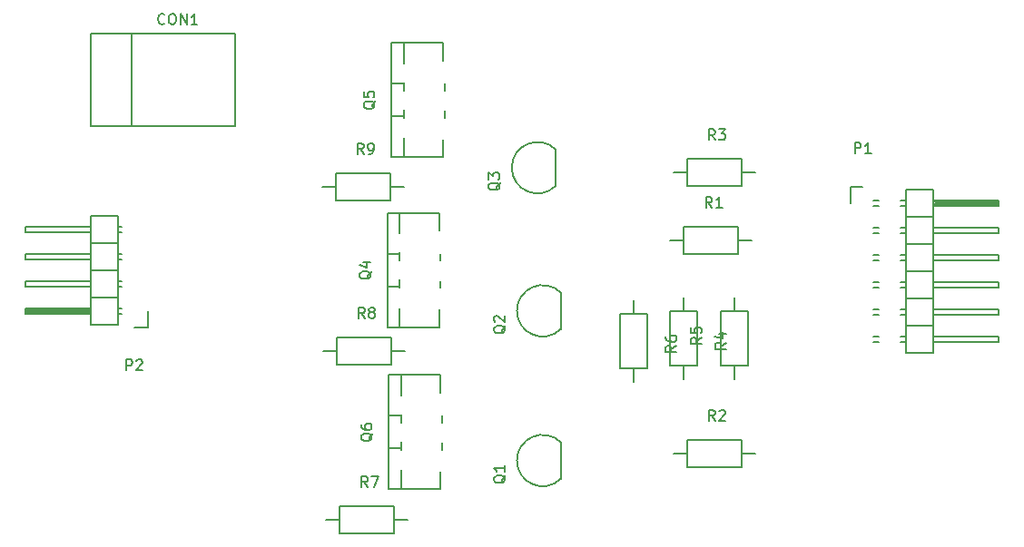
<source format=gbr>
G04 #@! TF.FileFunction,Legend,Top*
%FSLAX46Y46*%
G04 Gerber Fmt 4.6, Leading zero omitted, Abs format (unit mm)*
G04 Created by KiCad (PCBNEW 4.0.0-1rc2.201511201506+6189~38~ubuntu14.04.1-stable) date dom 29 nov 2015 21:26:02 COT*
%MOMM*%
G01*
G04 APERTURE LIST*
%ADD10C,0.100000*%
%ADD11C,0.150000*%
G04 APERTURE END LIST*
D10*
D11*
X108458000Y-41402000D02*
X107696000Y-41402000D01*
X107696000Y-41402000D02*
X107696000Y-50038000D01*
X107696000Y-50038000D02*
X108458000Y-50038000D01*
X111506000Y-41402000D02*
X111506000Y-50038000D01*
X121158000Y-41402000D02*
X121158000Y-50038000D01*
X108458000Y-50038000D02*
X121158000Y-50038000D01*
X108458000Y-41402000D02*
X121158000Y-41402000D01*
X181241700Y-69697600D02*
X180733700Y-69697600D01*
X181241700Y-70205600D02*
X180733700Y-70205600D01*
X181241700Y-67665600D02*
X180733700Y-67665600D01*
X181241700Y-67157600D02*
X180733700Y-67157600D01*
X181241700Y-65125600D02*
X180733700Y-65125600D01*
X181241700Y-64617600D02*
X180733700Y-64617600D01*
X181241700Y-56997600D02*
X180733700Y-56997600D01*
X181241700Y-57505600D02*
X180733700Y-57505600D01*
X181241700Y-62585600D02*
X180733700Y-62585600D01*
X181241700Y-62077600D02*
X180733700Y-62077600D01*
X181241700Y-60045600D02*
X180733700Y-60045600D01*
X181241700Y-59537600D02*
X180733700Y-59537600D01*
X183781700Y-70205600D02*
X183273700Y-70205600D01*
X183781700Y-69697600D02*
X183273700Y-69697600D01*
X183781700Y-67665600D02*
X183273700Y-67665600D01*
X183781700Y-67157600D02*
X183273700Y-67157600D01*
X183781700Y-56997600D02*
X183273700Y-56997600D01*
X183781700Y-57505600D02*
X183273700Y-57505600D01*
X183781700Y-59537600D02*
X183273700Y-59537600D01*
X183781700Y-60045600D02*
X183273700Y-60045600D01*
X183781700Y-65125600D02*
X183273700Y-65125600D01*
X183781700Y-64617600D02*
X183273700Y-64617600D01*
X183781700Y-62585600D02*
X183273700Y-62585600D01*
X183781700Y-62077600D02*
X183273700Y-62077600D01*
X179717700Y-55701600D02*
X178567700Y-55701600D01*
X178567700Y-55701600D02*
X178567700Y-57251600D01*
X186321700Y-57124600D02*
X192290700Y-57124600D01*
X192290700Y-57124600D02*
X192290700Y-57378600D01*
X192290700Y-57378600D02*
X186448700Y-57378600D01*
X186448700Y-57378600D02*
X186448700Y-57251600D01*
X186448700Y-57251600D02*
X192290700Y-57251600D01*
X183781700Y-66141600D02*
X186321700Y-66141600D01*
X183781700Y-66141600D02*
X183781700Y-68681600D01*
X183781700Y-68681600D02*
X186321700Y-68681600D01*
X186321700Y-67157600D02*
X192417700Y-67157600D01*
X192417700Y-67157600D02*
X192417700Y-67665600D01*
X192417700Y-67665600D02*
X186321700Y-67665600D01*
X186321700Y-68681600D02*
X186321700Y-66141600D01*
X186321700Y-71221600D02*
X186321700Y-68681600D01*
X192417700Y-70205600D02*
X186321700Y-70205600D01*
X192417700Y-69697600D02*
X192417700Y-70205600D01*
X186321700Y-69697600D02*
X192417700Y-69697600D01*
X183781700Y-68681600D02*
X183781700Y-71221600D01*
X183781700Y-68681600D02*
X186321700Y-68681600D01*
X183781700Y-71221600D02*
X186321700Y-71221600D01*
X183781700Y-61061600D02*
X186321700Y-61061600D01*
X183781700Y-61061600D02*
X183781700Y-63601600D01*
X183781700Y-63601600D02*
X186321700Y-63601600D01*
X186321700Y-62077600D02*
X192417700Y-62077600D01*
X192417700Y-62077600D02*
X192417700Y-62585600D01*
X192417700Y-62585600D02*
X186321700Y-62585600D01*
X186321700Y-63601600D02*
X186321700Y-61061600D01*
X186321700Y-66141600D02*
X186321700Y-63601600D01*
X192417700Y-65125600D02*
X186321700Y-65125600D01*
X192417700Y-64617600D02*
X192417700Y-65125600D01*
X186321700Y-64617600D02*
X192417700Y-64617600D01*
X183781700Y-66141600D02*
X186321700Y-66141600D01*
X183781700Y-63601600D02*
X183781700Y-66141600D01*
X183781700Y-63601600D02*
X186321700Y-63601600D01*
X183781700Y-58521600D02*
X186321700Y-58521600D01*
X183781700Y-58521600D02*
X183781700Y-61061600D01*
X183781700Y-61061600D02*
X186321700Y-61061600D01*
X186321700Y-59537600D02*
X192417700Y-59537600D01*
X192417700Y-59537600D02*
X192417700Y-60045600D01*
X192417700Y-60045600D02*
X186321700Y-60045600D01*
X186321700Y-61061600D02*
X186321700Y-58521600D01*
X186321700Y-58521600D02*
X186321700Y-55981600D01*
X192417700Y-57505600D02*
X186321700Y-57505600D01*
X192417700Y-56997600D02*
X192417700Y-57505600D01*
X186321700Y-56997600D02*
X192417700Y-56997600D01*
X183781700Y-58521600D02*
X186321700Y-58521600D01*
X183781700Y-55981600D02*
X183781700Y-58521600D01*
X183781700Y-55981600D02*
X186321700Y-55981600D01*
X113060000Y-68860000D02*
X113060000Y-67310000D01*
X111760000Y-68860000D02*
X113060000Y-68860000D01*
X107569000Y-67437000D02*
X101727000Y-67437000D01*
X101727000Y-67437000D02*
X101727000Y-67183000D01*
X101727000Y-67183000D02*
X107569000Y-67183000D01*
X107569000Y-67183000D02*
X107569000Y-67310000D01*
X107569000Y-67310000D02*
X101727000Y-67310000D01*
X110236000Y-67564000D02*
X110617000Y-67564000D01*
X110236000Y-67056000D02*
X110617000Y-67056000D01*
X110236000Y-65024000D02*
X110617000Y-65024000D01*
X110236000Y-64516000D02*
X110617000Y-64516000D01*
X110236000Y-62484000D02*
X110617000Y-62484000D01*
X110236000Y-61976000D02*
X110617000Y-61976000D01*
X110236000Y-59436000D02*
X110617000Y-59436000D01*
X110236000Y-59944000D02*
X110617000Y-59944000D01*
X110236000Y-68580000D02*
X107696000Y-68580000D01*
X110236000Y-66040000D02*
X107696000Y-66040000D01*
X110236000Y-66040000D02*
X110236000Y-63500000D01*
X110236000Y-63500000D02*
X107696000Y-63500000D01*
X107696000Y-65024000D02*
X101600000Y-65024000D01*
X101600000Y-65024000D02*
X101600000Y-64516000D01*
X101600000Y-64516000D02*
X107696000Y-64516000D01*
X107696000Y-63500000D02*
X107696000Y-66040000D01*
X107696000Y-66040000D02*
X107696000Y-68580000D01*
X101600000Y-67056000D02*
X107696000Y-67056000D01*
X101600000Y-67564000D02*
X101600000Y-67056000D01*
X107696000Y-67564000D02*
X101600000Y-67564000D01*
X110236000Y-66040000D02*
X107696000Y-66040000D01*
X110236000Y-68580000D02*
X110236000Y-66040000D01*
X110236000Y-60960000D02*
X107696000Y-60960000D01*
X110236000Y-60960000D02*
X110236000Y-58420000D01*
X110236000Y-58420000D02*
X107696000Y-58420000D01*
X107696000Y-59944000D02*
X101600000Y-59944000D01*
X101600000Y-59944000D02*
X101600000Y-59436000D01*
X101600000Y-59436000D02*
X107696000Y-59436000D01*
X107696000Y-58420000D02*
X107696000Y-60960000D01*
X107696000Y-60960000D02*
X107696000Y-63500000D01*
X101600000Y-61976000D02*
X107696000Y-61976000D01*
X101600000Y-62484000D02*
X101600000Y-61976000D01*
X107696000Y-62484000D02*
X101600000Y-62484000D01*
X110236000Y-60960000D02*
X107696000Y-60960000D01*
X110236000Y-63500000D02*
X110236000Y-60960000D01*
X110236000Y-63500000D02*
X107696000Y-63500000D01*
X151560000Y-82980000D02*
X151560000Y-79580000D01*
X151557056Y-82977056D02*
G75*
G02X147460000Y-81280000I-1697056J1697056D01*
G01*
X151557056Y-79582944D02*
G75*
G03X147460000Y-81280000I-1697056J-1697056D01*
G01*
X151560000Y-69010000D02*
X151560000Y-65610000D01*
X151557056Y-69007056D02*
G75*
G02X147460000Y-67310000I-1697056J1697056D01*
G01*
X151557056Y-65612944D02*
G75*
G03X147460000Y-67310000I-1697056J-1697056D01*
G01*
X151077400Y-55649600D02*
X151077400Y-52249600D01*
X151074456Y-55646656D02*
G75*
G02X146977400Y-53949600I-1697056J1697056D01*
G01*
X151074456Y-52252544D02*
G75*
G03X146977400Y-53949600I-1697056J-1697056D01*
G01*
X136512300Y-58178700D02*
X136512300Y-60083700D01*
X136512300Y-62623700D02*
X136512300Y-61861700D01*
X136512300Y-65036700D02*
X136512300Y-65163700D01*
X136512300Y-65036700D02*
X136512300Y-64401700D01*
X136512300Y-68846700D02*
X136512300Y-67068700D01*
X140195300Y-68846700D02*
X140195300Y-67195700D01*
X140322300Y-64528700D02*
X140322300Y-65163700D01*
X140322300Y-61988700D02*
X140322300Y-62623700D01*
X140195300Y-58178700D02*
X140195300Y-59829700D01*
X135369300Y-65036700D02*
X136512300Y-65036700D01*
X135369300Y-61988700D02*
X136512300Y-61988700D01*
X136512300Y-58178700D02*
X140195300Y-58178700D01*
X140195300Y-68846700D02*
X136512300Y-68846700D01*
X135369300Y-58178700D02*
X136512300Y-58178700D01*
X136512300Y-68846700D02*
X135369300Y-68846700D01*
X135369300Y-63512700D02*
X135369300Y-68846700D01*
X135369300Y-63512700D02*
X135369300Y-58178700D01*
X136893300Y-42291000D02*
X136893300Y-44196000D01*
X136893300Y-46736000D02*
X136893300Y-45974000D01*
X136893300Y-49149000D02*
X136893300Y-49276000D01*
X136893300Y-49149000D02*
X136893300Y-48514000D01*
X136893300Y-52959000D02*
X136893300Y-51181000D01*
X140576300Y-52959000D02*
X140576300Y-51308000D01*
X140703300Y-48641000D02*
X140703300Y-49276000D01*
X140703300Y-46101000D02*
X140703300Y-46736000D01*
X140576300Y-42291000D02*
X140576300Y-43942000D01*
X135750300Y-49149000D02*
X136893300Y-49149000D01*
X135750300Y-46101000D02*
X136893300Y-46101000D01*
X136893300Y-42291000D02*
X140576300Y-42291000D01*
X140576300Y-52959000D02*
X136893300Y-52959000D01*
X135750300Y-42291000D02*
X136893300Y-42291000D01*
X136893300Y-52959000D02*
X135750300Y-52959000D01*
X135750300Y-47625000D02*
X135750300Y-52959000D01*
X135750300Y-47625000D02*
X135750300Y-42291000D01*
X136642000Y-73305000D02*
X136642000Y-75210000D01*
X136642000Y-77750000D02*
X136642000Y-76988000D01*
X136642000Y-80163000D02*
X136642000Y-80290000D01*
X136642000Y-80163000D02*
X136642000Y-79528000D01*
X136642000Y-83973000D02*
X136642000Y-82195000D01*
X140325000Y-83973000D02*
X140325000Y-82322000D01*
X140452000Y-79655000D02*
X140452000Y-80290000D01*
X140452000Y-77115000D02*
X140452000Y-77750000D01*
X140325000Y-73305000D02*
X140325000Y-74956000D01*
X135499000Y-80163000D02*
X136642000Y-80163000D01*
X135499000Y-77115000D02*
X136642000Y-77115000D01*
X136642000Y-73305000D02*
X140325000Y-73305000D01*
X140325000Y-83973000D02*
X136642000Y-83973000D01*
X135499000Y-73305000D02*
X136642000Y-73305000D01*
X136642000Y-83973000D02*
X135499000Y-83973000D01*
X135499000Y-78639000D02*
X135499000Y-83973000D01*
X135499000Y-78639000D02*
X135499000Y-73305000D01*
X163042600Y-59448700D02*
X168122600Y-59448700D01*
X168122600Y-59448700D02*
X168122600Y-61988700D01*
X168122600Y-61988700D02*
X163042600Y-61988700D01*
X163042600Y-61988700D02*
X163042600Y-59448700D01*
X163042600Y-60718700D02*
X161772600Y-60718700D01*
X168122600Y-60718700D02*
X169392600Y-60718700D01*
X163309300Y-79362300D02*
X168389300Y-79362300D01*
X168389300Y-79362300D02*
X168389300Y-81902300D01*
X168389300Y-81902300D02*
X163309300Y-81902300D01*
X163309300Y-81902300D02*
X163309300Y-79362300D01*
X163309300Y-80632300D02*
X162039300Y-80632300D01*
X168389300Y-80632300D02*
X169659300Y-80632300D01*
X163309300Y-53136800D02*
X168389300Y-53136800D01*
X168389300Y-53136800D02*
X168389300Y-55676800D01*
X168389300Y-55676800D02*
X163309300Y-55676800D01*
X163309300Y-55676800D02*
X163309300Y-53136800D01*
X163309300Y-54406800D02*
X162039300Y-54406800D01*
X168389300Y-54406800D02*
X169659300Y-54406800D01*
X164274500Y-67335400D02*
X164274500Y-72415400D01*
X164274500Y-72415400D02*
X161734500Y-72415400D01*
X161734500Y-72415400D02*
X161734500Y-67335400D01*
X161734500Y-67335400D02*
X164274500Y-67335400D01*
X163004500Y-67335400D02*
X163004500Y-66065400D01*
X163004500Y-72415400D02*
X163004500Y-73685400D01*
X166446200Y-72415400D02*
X166446200Y-67335400D01*
X166446200Y-67335400D02*
X168986200Y-67335400D01*
X168986200Y-67335400D02*
X168986200Y-72415400D01*
X168986200Y-72415400D02*
X166446200Y-72415400D01*
X167716200Y-72415400D02*
X167716200Y-73685400D01*
X167716200Y-67335400D02*
X167716200Y-66065400D01*
X159651700Y-67602100D02*
X159651700Y-72682100D01*
X159651700Y-72682100D02*
X157111700Y-72682100D01*
X157111700Y-72682100D02*
X157111700Y-67602100D01*
X157111700Y-67602100D02*
X159651700Y-67602100D01*
X158381700Y-67602100D02*
X158381700Y-66332100D01*
X158381700Y-72682100D02*
X158381700Y-73952100D01*
X130924300Y-85521800D02*
X136004300Y-85521800D01*
X136004300Y-85521800D02*
X136004300Y-88061800D01*
X136004300Y-88061800D02*
X130924300Y-88061800D01*
X130924300Y-88061800D02*
X130924300Y-85521800D01*
X130924300Y-86791800D02*
X129654300Y-86791800D01*
X136004300Y-86791800D02*
X137274300Y-86791800D01*
X130644900Y-69786500D02*
X135724900Y-69786500D01*
X135724900Y-69786500D02*
X135724900Y-72326500D01*
X135724900Y-72326500D02*
X130644900Y-72326500D01*
X130644900Y-72326500D02*
X130644900Y-69786500D01*
X130644900Y-71056500D02*
X129374900Y-71056500D01*
X135724900Y-71056500D02*
X136994900Y-71056500D01*
X130543300Y-54470300D02*
X135623300Y-54470300D01*
X135623300Y-54470300D02*
X135623300Y-57010300D01*
X135623300Y-57010300D02*
X130543300Y-57010300D01*
X130543300Y-57010300D02*
X130543300Y-54470300D01*
X130543300Y-55740300D02*
X129273300Y-55740300D01*
X135623300Y-55740300D02*
X136893300Y-55740300D01*
X114609715Y-40489143D02*
X114562096Y-40536762D01*
X114419239Y-40584381D01*
X114324001Y-40584381D01*
X114181143Y-40536762D01*
X114085905Y-40441524D01*
X114038286Y-40346286D01*
X113990667Y-40155810D01*
X113990667Y-40012952D01*
X114038286Y-39822476D01*
X114085905Y-39727238D01*
X114181143Y-39632000D01*
X114324001Y-39584381D01*
X114419239Y-39584381D01*
X114562096Y-39632000D01*
X114609715Y-39679619D01*
X115228762Y-39584381D02*
X115419239Y-39584381D01*
X115514477Y-39632000D01*
X115609715Y-39727238D01*
X115657334Y-39917714D01*
X115657334Y-40251048D01*
X115609715Y-40441524D01*
X115514477Y-40536762D01*
X115419239Y-40584381D01*
X115228762Y-40584381D01*
X115133524Y-40536762D01*
X115038286Y-40441524D01*
X114990667Y-40251048D01*
X114990667Y-39917714D01*
X115038286Y-39727238D01*
X115133524Y-39632000D01*
X115228762Y-39584381D01*
X116085905Y-40584381D02*
X116085905Y-39584381D01*
X116657334Y-40584381D01*
X116657334Y-39584381D01*
X117657334Y-40584381D02*
X117085905Y-40584381D01*
X117371619Y-40584381D02*
X117371619Y-39584381D01*
X117276381Y-39727238D01*
X117181143Y-39822476D01*
X117085905Y-39870095D01*
X178979605Y-52603981D02*
X178979605Y-51603981D01*
X179360558Y-51603981D01*
X179455796Y-51651600D01*
X179503415Y-51699219D01*
X179551034Y-51794457D01*
X179551034Y-51937314D01*
X179503415Y-52032552D01*
X179455796Y-52080171D01*
X179360558Y-52127790D01*
X178979605Y-52127790D01*
X180503415Y-52603981D02*
X179931986Y-52603981D01*
X180217700Y-52603981D02*
X180217700Y-51603981D01*
X180122462Y-51746838D01*
X180027224Y-51842076D01*
X179931986Y-51889695D01*
X111021905Y-72862381D02*
X111021905Y-71862381D01*
X111402858Y-71862381D01*
X111498096Y-71910000D01*
X111545715Y-71957619D01*
X111593334Y-72052857D01*
X111593334Y-72195714D01*
X111545715Y-72290952D01*
X111498096Y-72338571D01*
X111402858Y-72386190D01*
X111021905Y-72386190D01*
X111974286Y-71957619D02*
X112021905Y-71910000D01*
X112117143Y-71862381D01*
X112355239Y-71862381D01*
X112450477Y-71910000D01*
X112498096Y-71957619D01*
X112545715Y-72052857D01*
X112545715Y-72148095D01*
X112498096Y-72290952D01*
X111926667Y-72862381D01*
X112545715Y-72862381D01*
X146407619Y-82645238D02*
X146360000Y-82740476D01*
X146264762Y-82835714D01*
X146121905Y-82978571D01*
X146074286Y-83073810D01*
X146074286Y-83169048D01*
X146312381Y-83121429D02*
X146264762Y-83216667D01*
X146169524Y-83311905D01*
X145979048Y-83359524D01*
X145645714Y-83359524D01*
X145455238Y-83311905D01*
X145360000Y-83216667D01*
X145312381Y-83121429D01*
X145312381Y-82930952D01*
X145360000Y-82835714D01*
X145455238Y-82740476D01*
X145645714Y-82692857D01*
X145979048Y-82692857D01*
X146169524Y-82740476D01*
X146264762Y-82835714D01*
X146312381Y-82930952D01*
X146312381Y-83121429D01*
X146312381Y-81740476D02*
X146312381Y-82311905D01*
X146312381Y-82026191D02*
X145312381Y-82026191D01*
X145455238Y-82121429D01*
X145550476Y-82216667D01*
X145598095Y-82311905D01*
X146407619Y-68675238D02*
X146360000Y-68770476D01*
X146264762Y-68865714D01*
X146121905Y-69008571D01*
X146074286Y-69103810D01*
X146074286Y-69199048D01*
X146312381Y-69151429D02*
X146264762Y-69246667D01*
X146169524Y-69341905D01*
X145979048Y-69389524D01*
X145645714Y-69389524D01*
X145455238Y-69341905D01*
X145360000Y-69246667D01*
X145312381Y-69151429D01*
X145312381Y-68960952D01*
X145360000Y-68865714D01*
X145455238Y-68770476D01*
X145645714Y-68722857D01*
X145979048Y-68722857D01*
X146169524Y-68770476D01*
X146264762Y-68865714D01*
X146312381Y-68960952D01*
X146312381Y-69151429D01*
X145407619Y-68341905D02*
X145360000Y-68294286D01*
X145312381Y-68199048D01*
X145312381Y-67960952D01*
X145360000Y-67865714D01*
X145407619Y-67818095D01*
X145502857Y-67770476D01*
X145598095Y-67770476D01*
X145740952Y-67818095D01*
X146312381Y-68389524D01*
X146312381Y-67770476D01*
X145925019Y-55314838D02*
X145877400Y-55410076D01*
X145782162Y-55505314D01*
X145639305Y-55648171D01*
X145591686Y-55743410D01*
X145591686Y-55838648D01*
X145829781Y-55791029D02*
X145782162Y-55886267D01*
X145686924Y-55981505D01*
X145496448Y-56029124D01*
X145163114Y-56029124D01*
X144972638Y-55981505D01*
X144877400Y-55886267D01*
X144829781Y-55791029D01*
X144829781Y-55600552D01*
X144877400Y-55505314D01*
X144972638Y-55410076D01*
X145163114Y-55362457D01*
X145496448Y-55362457D01*
X145686924Y-55410076D01*
X145782162Y-55505314D01*
X145829781Y-55600552D01*
X145829781Y-55791029D01*
X144829781Y-55029124D02*
X144829781Y-54410076D01*
X145210733Y-54743410D01*
X145210733Y-54600552D01*
X145258352Y-54505314D01*
X145305971Y-54457695D01*
X145401210Y-54410076D01*
X145639305Y-54410076D01*
X145734543Y-54457695D01*
X145782162Y-54505314D01*
X145829781Y-54600552D01*
X145829781Y-54886267D01*
X145782162Y-54981505D01*
X145734543Y-55029124D01*
X133884919Y-63607938D02*
X133837300Y-63703176D01*
X133742062Y-63798414D01*
X133599205Y-63941271D01*
X133551586Y-64036510D01*
X133551586Y-64131748D01*
X133789681Y-64084129D02*
X133742062Y-64179367D01*
X133646824Y-64274605D01*
X133456348Y-64322224D01*
X133123014Y-64322224D01*
X132932538Y-64274605D01*
X132837300Y-64179367D01*
X132789681Y-64084129D01*
X132789681Y-63893652D01*
X132837300Y-63798414D01*
X132932538Y-63703176D01*
X133123014Y-63655557D01*
X133456348Y-63655557D01*
X133646824Y-63703176D01*
X133742062Y-63798414D01*
X133789681Y-63893652D01*
X133789681Y-64084129D01*
X133123014Y-62798414D02*
X133789681Y-62798414D01*
X132742062Y-63036510D02*
X133456348Y-63274605D01*
X133456348Y-62655557D01*
X134265919Y-47720238D02*
X134218300Y-47815476D01*
X134123062Y-47910714D01*
X133980205Y-48053571D01*
X133932586Y-48148810D01*
X133932586Y-48244048D01*
X134170681Y-48196429D02*
X134123062Y-48291667D01*
X134027824Y-48386905D01*
X133837348Y-48434524D01*
X133504014Y-48434524D01*
X133313538Y-48386905D01*
X133218300Y-48291667D01*
X133170681Y-48196429D01*
X133170681Y-48005952D01*
X133218300Y-47910714D01*
X133313538Y-47815476D01*
X133504014Y-47767857D01*
X133837348Y-47767857D01*
X134027824Y-47815476D01*
X134123062Y-47910714D01*
X134170681Y-48005952D01*
X134170681Y-48196429D01*
X133170681Y-46863095D02*
X133170681Y-47339286D01*
X133646871Y-47386905D01*
X133599252Y-47339286D01*
X133551633Y-47244048D01*
X133551633Y-47005952D01*
X133599252Y-46910714D01*
X133646871Y-46863095D01*
X133742110Y-46815476D01*
X133980205Y-46815476D01*
X134075443Y-46863095D01*
X134123062Y-46910714D01*
X134170681Y-47005952D01*
X134170681Y-47244048D01*
X134123062Y-47339286D01*
X134075443Y-47386905D01*
X134014619Y-78734238D02*
X133967000Y-78829476D01*
X133871762Y-78924714D01*
X133728905Y-79067571D01*
X133681286Y-79162810D01*
X133681286Y-79258048D01*
X133919381Y-79210429D02*
X133871762Y-79305667D01*
X133776524Y-79400905D01*
X133586048Y-79448524D01*
X133252714Y-79448524D01*
X133062238Y-79400905D01*
X132967000Y-79305667D01*
X132919381Y-79210429D01*
X132919381Y-79019952D01*
X132967000Y-78924714D01*
X133062238Y-78829476D01*
X133252714Y-78781857D01*
X133586048Y-78781857D01*
X133776524Y-78829476D01*
X133871762Y-78924714D01*
X133919381Y-79019952D01*
X133919381Y-79210429D01*
X132919381Y-77924714D02*
X132919381Y-78115191D01*
X132967000Y-78210429D01*
X133014619Y-78258048D01*
X133157476Y-78353286D01*
X133347952Y-78400905D01*
X133728905Y-78400905D01*
X133824143Y-78353286D01*
X133871762Y-78305667D01*
X133919381Y-78210429D01*
X133919381Y-78019952D01*
X133871762Y-77924714D01*
X133824143Y-77877095D01*
X133728905Y-77829476D01*
X133490810Y-77829476D01*
X133395571Y-77877095D01*
X133347952Y-77924714D01*
X133300333Y-78019952D01*
X133300333Y-78210429D01*
X133347952Y-78305667D01*
X133395571Y-78353286D01*
X133490810Y-78400905D01*
X165664854Y-57670961D02*
X165331520Y-57194770D01*
X165093425Y-57670961D02*
X165093425Y-56670961D01*
X165474378Y-56670961D01*
X165569616Y-56718580D01*
X165617235Y-56766199D01*
X165664854Y-56861437D01*
X165664854Y-57004294D01*
X165617235Y-57099532D01*
X165569616Y-57147151D01*
X165474378Y-57194770D01*
X165093425Y-57194770D01*
X166617235Y-57670961D02*
X166045806Y-57670961D01*
X166331520Y-57670961D02*
X166331520Y-56670961D01*
X166236282Y-56813818D01*
X166141044Y-56909056D01*
X166045806Y-56956675D01*
X165931554Y-77584561D02*
X165598220Y-77108370D01*
X165360125Y-77584561D02*
X165360125Y-76584561D01*
X165741078Y-76584561D01*
X165836316Y-76632180D01*
X165883935Y-76679799D01*
X165931554Y-76775037D01*
X165931554Y-76917894D01*
X165883935Y-77013132D01*
X165836316Y-77060751D01*
X165741078Y-77108370D01*
X165360125Y-77108370D01*
X166312506Y-76679799D02*
X166360125Y-76632180D01*
X166455363Y-76584561D01*
X166693459Y-76584561D01*
X166788697Y-76632180D01*
X166836316Y-76679799D01*
X166883935Y-76775037D01*
X166883935Y-76870275D01*
X166836316Y-77013132D01*
X166264887Y-77584561D01*
X166883935Y-77584561D01*
X165931554Y-51359061D02*
X165598220Y-50882870D01*
X165360125Y-51359061D02*
X165360125Y-50359061D01*
X165741078Y-50359061D01*
X165836316Y-50406680D01*
X165883935Y-50454299D01*
X165931554Y-50549537D01*
X165931554Y-50692394D01*
X165883935Y-50787632D01*
X165836316Y-50835251D01*
X165741078Y-50882870D01*
X165360125Y-50882870D01*
X166264887Y-50359061D02*
X166883935Y-50359061D01*
X166550601Y-50740013D01*
X166693459Y-50740013D01*
X166788697Y-50787632D01*
X166836316Y-50835251D01*
X166883935Y-50930490D01*
X166883935Y-51168585D01*
X166836316Y-51263823D01*
X166788697Y-51311442D01*
X166693459Y-51359061D01*
X166407744Y-51359061D01*
X166312506Y-51311442D01*
X166264887Y-51263823D01*
X166957001Y-70290986D02*
X166480810Y-70624320D01*
X166957001Y-70862415D02*
X165957001Y-70862415D01*
X165957001Y-70481462D01*
X166004620Y-70386224D01*
X166052239Y-70338605D01*
X166147477Y-70290986D01*
X166290334Y-70290986D01*
X166385572Y-70338605D01*
X166433191Y-70386224D01*
X166480810Y-70481462D01*
X166480810Y-70862415D01*
X166290334Y-69433843D02*
X166957001Y-69433843D01*
X165909382Y-69671939D02*
X166623668Y-69910034D01*
X166623668Y-69290986D01*
X164668461Y-69793146D02*
X164192270Y-70126480D01*
X164668461Y-70364575D02*
X163668461Y-70364575D01*
X163668461Y-69983622D01*
X163716080Y-69888384D01*
X163763699Y-69840765D01*
X163858937Y-69793146D01*
X164001794Y-69793146D01*
X164097032Y-69840765D01*
X164144651Y-69888384D01*
X164192270Y-69983622D01*
X164192270Y-70364575D01*
X163668461Y-68888384D02*
X163668461Y-69364575D01*
X164144651Y-69412194D01*
X164097032Y-69364575D01*
X164049413Y-69269337D01*
X164049413Y-69031241D01*
X164097032Y-68936003D01*
X164144651Y-68888384D01*
X164239890Y-68840765D01*
X164477985Y-68840765D01*
X164573223Y-68888384D01*
X164620842Y-68936003D01*
X164668461Y-69031241D01*
X164668461Y-69269337D01*
X164620842Y-69364575D01*
X164573223Y-69412194D01*
X162334201Y-70557686D02*
X161858010Y-70891020D01*
X162334201Y-71129115D02*
X161334201Y-71129115D01*
X161334201Y-70748162D01*
X161381820Y-70652924D01*
X161429439Y-70605305D01*
X161524677Y-70557686D01*
X161667534Y-70557686D01*
X161762772Y-70605305D01*
X161810391Y-70652924D01*
X161858010Y-70748162D01*
X161858010Y-71129115D01*
X161334201Y-69700543D02*
X161334201Y-69891020D01*
X161381820Y-69986258D01*
X161429439Y-70033877D01*
X161572296Y-70129115D01*
X161762772Y-70176734D01*
X162143725Y-70176734D01*
X162238963Y-70129115D01*
X162286582Y-70081496D01*
X162334201Y-69986258D01*
X162334201Y-69795781D01*
X162286582Y-69700543D01*
X162238963Y-69652924D01*
X162143725Y-69605305D01*
X161905630Y-69605305D01*
X161810391Y-69652924D01*
X161762772Y-69700543D01*
X161715153Y-69795781D01*
X161715153Y-69986258D01*
X161762772Y-70081496D01*
X161810391Y-70129115D01*
X161905630Y-70176734D01*
X133546554Y-83744061D02*
X133213220Y-83267870D01*
X132975125Y-83744061D02*
X132975125Y-82744061D01*
X133356078Y-82744061D01*
X133451316Y-82791680D01*
X133498935Y-82839299D01*
X133546554Y-82934537D01*
X133546554Y-83077394D01*
X133498935Y-83172632D01*
X133451316Y-83220251D01*
X133356078Y-83267870D01*
X132975125Y-83267870D01*
X133879887Y-82744061D02*
X134546554Y-82744061D01*
X134117982Y-83744061D01*
X133267154Y-68008761D02*
X132933820Y-67532570D01*
X132695725Y-68008761D02*
X132695725Y-67008761D01*
X133076678Y-67008761D01*
X133171916Y-67056380D01*
X133219535Y-67103999D01*
X133267154Y-67199237D01*
X133267154Y-67342094D01*
X133219535Y-67437332D01*
X133171916Y-67484951D01*
X133076678Y-67532570D01*
X132695725Y-67532570D01*
X133838582Y-67437332D02*
X133743344Y-67389713D01*
X133695725Y-67342094D01*
X133648106Y-67246856D01*
X133648106Y-67199237D01*
X133695725Y-67103999D01*
X133743344Y-67056380D01*
X133838582Y-67008761D01*
X134029059Y-67008761D01*
X134124297Y-67056380D01*
X134171916Y-67103999D01*
X134219535Y-67199237D01*
X134219535Y-67246856D01*
X134171916Y-67342094D01*
X134124297Y-67389713D01*
X134029059Y-67437332D01*
X133838582Y-67437332D01*
X133743344Y-67484951D01*
X133695725Y-67532570D01*
X133648106Y-67627809D01*
X133648106Y-67818285D01*
X133695725Y-67913523D01*
X133743344Y-67961142D01*
X133838582Y-68008761D01*
X134029059Y-68008761D01*
X134124297Y-67961142D01*
X134171916Y-67913523D01*
X134219535Y-67818285D01*
X134219535Y-67627809D01*
X134171916Y-67532570D01*
X134124297Y-67484951D01*
X134029059Y-67437332D01*
X133165554Y-52692561D02*
X132832220Y-52216370D01*
X132594125Y-52692561D02*
X132594125Y-51692561D01*
X132975078Y-51692561D01*
X133070316Y-51740180D01*
X133117935Y-51787799D01*
X133165554Y-51883037D01*
X133165554Y-52025894D01*
X133117935Y-52121132D01*
X133070316Y-52168751D01*
X132975078Y-52216370D01*
X132594125Y-52216370D01*
X133641744Y-52692561D02*
X133832220Y-52692561D01*
X133927459Y-52644942D01*
X133975078Y-52597323D01*
X134070316Y-52454466D01*
X134117935Y-52263990D01*
X134117935Y-51883037D01*
X134070316Y-51787799D01*
X134022697Y-51740180D01*
X133927459Y-51692561D01*
X133736982Y-51692561D01*
X133641744Y-51740180D01*
X133594125Y-51787799D01*
X133546506Y-51883037D01*
X133546506Y-52121132D01*
X133594125Y-52216370D01*
X133641744Y-52263990D01*
X133736982Y-52311609D01*
X133927459Y-52311609D01*
X134022697Y-52263990D01*
X134070316Y-52216370D01*
X134117935Y-52121132D01*
M02*

</source>
